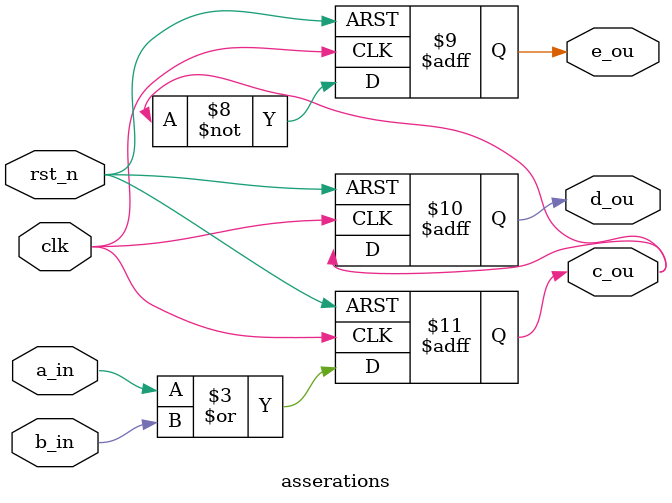
<source format=v>


//--------------------------------------------------------------------------
// Include File
//--------------------------------------------------------------------------

//--------------------------------------------------------------------------
// Module
//--------------------------------------------------------------------------
module asserations
//--------------------------------------------------------------------------
// Ports
//--------------------------------------------------------------------------
(
    // inputs
    input wire         clk,
    input wire         rst_n,
    input wire         a_in,
    input wire         b_in,

    // outputs
    output reg        c_ou,
    output reg        d_ou,
    output reg        e_ou
);

//--------------------------------------------------------------------------
// Design: assertion basic test
//--------------------------------------------------------------------------
always @(posedge clk or negedge rst_n) begin
    if (!rst_n) begin
        c_ou <= 1'b0;
    end else begin
        c_ou <= a_in | b_in;
    end
end

//--------------------------------------------------------------------------
// Design: assertion basic test
//--------------------------------------------------------------------------
always @(posedge clk or negedge rst_n) begin
    if (!rst_n) begin
        d_ou <= 1'b0;
    end else begin
        d_ou <= c_ou;
    end
end

//--------------------------------------------------------------------------
// Design: assertion basic test
//--------------------------------------------------------------------------
always @(posedge clk or negedge rst_n) begin
    if (!rst_n) begin
        e_ou <= 1'b0;
    end else begin
        e_ou <= ~c_ou;
    end
end

endmodule
//--------------------------------------------------------------------------

</source>
